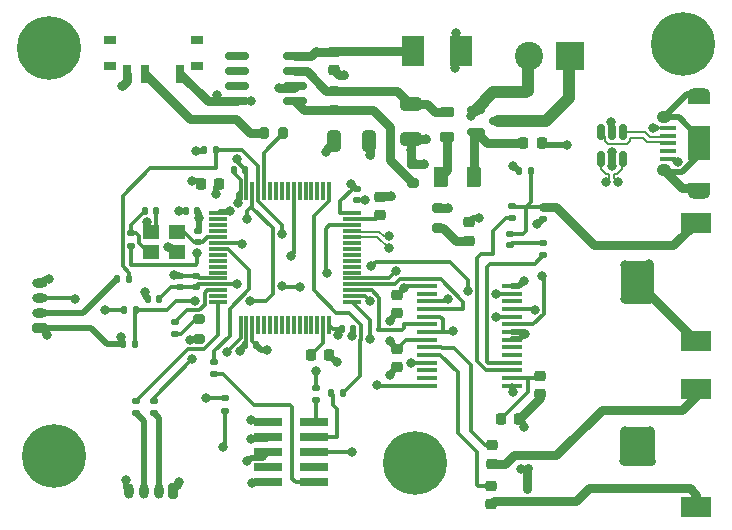
<source format=gbr>
%TF.GenerationSoftware,KiCad,Pcbnew,(5.99.0-11177-g6c67dfa032)*%
%TF.CreationDate,2021-08-02T03:39:21-04:00*%
%TF.ProjectId,STM32+Codec,53544d33-322b-4436-9f64-65632e6b6963,1.0*%
%TF.SameCoordinates,Original*%
%TF.FileFunction,Copper,L1,Top*%
%TF.FilePolarity,Positive*%
%FSLAX46Y46*%
G04 Gerber Fmt 4.6, Leading zero omitted, Abs format (unit mm)*
G04 Created by KiCad (PCBNEW (5.99.0-11177-g6c67dfa032)) date 2021-08-02 03:39:21*
%MOMM*%
%LPD*%
G01*
G04 APERTURE LIST*
G04 Aperture macros list*
%AMRoundRect*
0 Rectangle with rounded corners*
0 $1 Rounding radius*
0 $2 $3 $4 $5 $6 $7 $8 $9 X,Y pos of 4 corners*
0 Add a 4 corners polygon primitive as box body*
4,1,4,$2,$3,$4,$5,$6,$7,$8,$9,$2,$3,0*
0 Add four circle primitives for the rounded corners*
1,1,$1+$1,$2,$3*
1,1,$1+$1,$4,$5*
1,1,$1+$1,$6,$7*
1,1,$1+$1,$8,$9*
0 Add four rect primitives between the rounded corners*
20,1,$1+$1,$2,$3,$4,$5,0*
20,1,$1+$1,$4,$5,$6,$7,0*
20,1,$1+$1,$6,$7,$8,$9,0*
20,1,$1+$1,$8,$9,$2,$3,0*%
G04 Aperture macros list end*
%TA.AperFunction,ComponentPad*%
%ADD10C,0.800000*%
%TD*%
%TA.AperFunction,ComponentPad*%
%ADD11C,5.400000*%
%TD*%
%TA.AperFunction,SMDPad,CuDef*%
%ADD12RoundRect,0.140000X0.140000X0.170000X-0.140000X0.170000X-0.140000X-0.170000X0.140000X-0.170000X0*%
%TD*%
%TA.AperFunction,SMDPad,CuDef*%
%ADD13RoundRect,0.218750X-0.256250X0.218750X-0.256250X-0.218750X0.256250X-0.218750X0.256250X0.218750X0*%
%TD*%
%TA.AperFunction,SMDPad,CuDef*%
%ADD14RoundRect,0.135000X-0.185000X0.135000X-0.185000X-0.135000X0.185000X-0.135000X0.185000X0.135000X0*%
%TD*%
%TA.AperFunction,SMDPad,CuDef*%
%ADD15RoundRect,0.200000X-0.275000X0.200000X-0.275000X-0.200000X0.275000X-0.200000X0.275000X0.200000X0*%
%TD*%
%TA.AperFunction,SMDPad,CuDef*%
%ADD16RoundRect,0.147500X-0.147500X-0.172500X0.147500X-0.172500X0.147500X0.172500X-0.147500X0.172500X0*%
%TD*%
%TA.AperFunction,SMDPad,CuDef*%
%ADD17RoundRect,0.225000X-0.225000X-0.250000X0.225000X-0.250000X0.225000X0.250000X-0.225000X0.250000X0*%
%TD*%
%TA.AperFunction,SMDPad,CuDef*%
%ADD18RoundRect,0.225000X-0.250000X0.225000X-0.250000X-0.225000X0.250000X-0.225000X0.250000X0.225000X0*%
%TD*%
%TA.AperFunction,SMDPad,CuDef*%
%ADD19R,2.400000X0.740000*%
%TD*%
%TA.AperFunction,SMDPad,CuDef*%
%ADD20RoundRect,0.150000X-0.587500X-0.150000X0.587500X-0.150000X0.587500X0.150000X-0.587500X0.150000X0*%
%TD*%
%TA.AperFunction,SMDPad,CuDef*%
%ADD21RoundRect,0.218750X0.256250X-0.218750X0.256250X0.218750X-0.256250X0.218750X-0.256250X-0.218750X0*%
%TD*%
%TA.AperFunction,ComponentPad*%
%ADD22R,1.800000X2.500000*%
%TD*%
%TA.AperFunction,ComponentPad*%
%ADD23R,2.500000X1.800000*%
%TD*%
%TA.AperFunction,SMDPad,CuDef*%
%ADD24RoundRect,0.135000X0.185000X-0.135000X0.185000X0.135000X-0.185000X0.135000X-0.185000X-0.135000X0*%
%TD*%
%TA.AperFunction,SMDPad,CuDef*%
%ADD25RoundRect,0.150000X-0.150000X0.512500X-0.150000X-0.512500X0.150000X-0.512500X0.150000X0.512500X0*%
%TD*%
%TA.AperFunction,SMDPad,CuDef*%
%ADD26R,1.900000X2.500000*%
%TD*%
%TA.AperFunction,SMDPad,CuDef*%
%ADD27RoundRect,0.140000X-0.170000X0.140000X-0.170000X-0.140000X0.170000X-0.140000X0.170000X0.140000X0*%
%TD*%
%TA.AperFunction,SMDPad,CuDef*%
%ADD28RoundRect,0.150000X-0.825000X-0.150000X0.825000X-0.150000X0.825000X0.150000X-0.825000X0.150000X0*%
%TD*%
%TA.AperFunction,ComponentPad*%
%ADD29R,2.400000X2.400000*%
%TD*%
%TA.AperFunction,ComponentPad*%
%ADD30C,2.400000*%
%TD*%
%TA.AperFunction,SMDPad,CuDef*%
%ADD31RoundRect,0.140000X-0.140000X-0.170000X0.140000X-0.170000X0.140000X0.170000X-0.140000X0.170000X0*%
%TD*%
%TA.AperFunction,SMDPad,CuDef*%
%ADD32R,1.400000X1.200000*%
%TD*%
%TA.AperFunction,SMDPad,CuDef*%
%ADD33RoundRect,0.200000X-0.200000X-0.275000X0.200000X-0.275000X0.200000X0.275000X-0.200000X0.275000X0*%
%TD*%
%TA.AperFunction,ComponentPad*%
%ADD34RoundRect,0.200000X0.450000X-0.200000X0.450000X0.200000X-0.450000X0.200000X-0.450000X-0.200000X0*%
%TD*%
%TA.AperFunction,ComponentPad*%
%ADD35O,1.300000X0.800000*%
%TD*%
%TA.AperFunction,ComponentPad*%
%ADD36RoundRect,0.200000X0.200000X0.450000X-0.200000X0.450000X-0.200000X-0.450000X0.200000X-0.450000X0*%
%TD*%
%TA.AperFunction,ComponentPad*%
%ADD37O,0.800000X1.300000*%
%TD*%
%TA.AperFunction,SMDPad,CuDef*%
%ADD38RoundRect,0.250000X-0.325000X-0.650000X0.325000X-0.650000X0.325000X0.650000X-0.325000X0.650000X0*%
%TD*%
%TA.AperFunction,SMDPad,CuDef*%
%ADD39RoundRect,0.147500X0.172500X-0.147500X0.172500X0.147500X-0.172500X0.147500X-0.172500X-0.147500X0*%
%TD*%
%TA.AperFunction,SMDPad,CuDef*%
%ADD40RoundRect,0.140000X0.170000X-0.140000X0.170000X0.140000X-0.170000X0.140000X-0.170000X-0.140000X0*%
%TD*%
%TA.AperFunction,SMDPad,CuDef*%
%ADD41R,0.700000X1.500000*%
%TD*%
%TA.AperFunction,SMDPad,CuDef*%
%ADD42R,1.000000X0.800000*%
%TD*%
%TA.AperFunction,SMDPad,CuDef*%
%ADD43R,1.350000X0.400000*%
%TD*%
%TA.AperFunction,SMDPad,CuDef*%
%ADD44R,1.900000X0.875000*%
%TD*%
%TA.AperFunction,ComponentPad*%
%ADD45O,1.900000X1.000000*%
%TD*%
%TA.AperFunction,ComponentPad*%
%ADD46O,1.250000X1.050000*%
%TD*%
%TA.AperFunction,SMDPad,CuDef*%
%ADD47R,1.900000X2.900000*%
%TD*%
%TA.AperFunction,SMDPad,CuDef*%
%ADD48RoundRect,0.075000X-0.700000X-0.075000X0.700000X-0.075000X0.700000X0.075000X-0.700000X0.075000X0*%
%TD*%
%TA.AperFunction,SMDPad,CuDef*%
%ADD49RoundRect,0.075000X-0.075000X-0.700000X0.075000X-0.700000X0.075000X0.700000X-0.075000X0.700000X0*%
%TD*%
%TA.AperFunction,SMDPad,CuDef*%
%ADD50R,1.750000X0.450000*%
%TD*%
%TA.AperFunction,SMDPad,CuDef*%
%ADD51RoundRect,0.250000X-0.650000X0.325000X-0.650000X-0.325000X0.650000X-0.325000X0.650000X0.325000X0*%
%TD*%
%TA.AperFunction,SMDPad,CuDef*%
%ADD52RoundRect,0.218750X0.381250X-0.218750X0.381250X0.218750X-0.381250X0.218750X-0.381250X-0.218750X0*%
%TD*%
%TA.AperFunction,SMDPad,CuDef*%
%ADD53RoundRect,0.200000X0.275000X-0.200000X0.275000X0.200000X-0.275000X0.200000X-0.275000X-0.200000X0*%
%TD*%
%TA.AperFunction,SMDPad,CuDef*%
%ADD54RoundRect,0.218750X-0.218750X-0.256250X0.218750X-0.256250X0.218750X0.256250X-0.218750X0.256250X0*%
%TD*%
%TA.AperFunction,SMDPad,CuDef*%
%ADD55RoundRect,0.135000X-0.135000X-0.185000X0.135000X-0.185000X0.135000X0.185000X-0.135000X0.185000X0*%
%TD*%
%TA.AperFunction,SMDPad,CuDef*%
%ADD56RoundRect,0.135000X0.135000X0.185000X-0.135000X0.185000X-0.135000X-0.185000X0.135000X-0.185000X0*%
%TD*%
%TA.AperFunction,SMDPad,CuDef*%
%ADD57RoundRect,0.250000X0.375000X0.625000X-0.375000X0.625000X-0.375000X-0.625000X0.375000X-0.625000X0*%
%TD*%
%TA.AperFunction,SMDPad,CuDef*%
%ADD58RoundRect,0.225000X0.250000X-0.225000X0.250000X0.225000X-0.250000X0.225000X-0.250000X-0.225000X0*%
%TD*%
%TA.AperFunction,ViaPad*%
%ADD59C,0.800000*%
%TD*%
%TA.AperFunction,Conductor*%
%ADD60C,0.300000*%
%TD*%
%TA.AperFunction,Conductor*%
%ADD61C,0.750000*%
%TD*%
%TA.AperFunction,Conductor*%
%ADD62C,0.500000*%
%TD*%
%TA.AperFunction,Conductor*%
%ADD63C,1.000000*%
%TD*%
%TA.AperFunction,Conductor*%
%ADD64C,0.200000*%
%TD*%
G04 APERTURE END LIST*
D10*
%TO.P,H4,1,1*%
%TO.N,GND*%
X111540891Y-52485891D03*
X108677109Y-49622109D03*
X110109000Y-49029000D03*
X110109000Y-53079000D03*
X108084000Y-51054000D03*
X112134000Y-51054000D03*
X108677109Y-52485891D03*
D11*
X110109000Y-51054000D03*
D10*
X111540891Y-49622109D03*
%TD*%
D12*
%TO.P,C21,1*%
%TO.N,Net-(C21-Pad1)*%
X150873400Y-61493400D03*
%TO.P,C21,2*%
%TO.N,GND*%
X149913400Y-61493400D03*
%TD*%
D13*
%TO.P,D3,1,K*%
%TO.N,Net-(L1-Pad1)*%
X134239000Y-51384100D03*
%TO.P,D3,2,A*%
%TO.N,GND*%
X134239000Y-52959100D03*
%TD*%
D14*
%TO.P,R17,1*%
%TO.N,Net-(C21-Pad1)*%
X151892000Y-64539400D03*
%TO.P,R17,2*%
%TO.N,GND*%
X151892000Y-65559400D03*
%TD*%
D15*
%TO.P,R4,1*%
%TO.N,Net-(C4-Pad1)*%
X134239000Y-54674000D03*
%TO.P,R4,2*%
%TO.N,Net-(R4-Pad2)*%
X134239000Y-56324000D03*
%TD*%
D16*
%TO.P,L2,1*%
%TO.N,DBVDD*%
X118440200Y-72313800D03*
%TO.P,L2,2*%
%TO.N,+3.3VA*%
X119410200Y-72313800D03*
%TD*%
D17*
%TO.P,C5,1*%
%TO.N,Net-(C5-Pad1)*%
X132244800Y-77063600D03*
%TO.P,C5,2*%
%TO.N,GND*%
X133794800Y-77063600D03*
%TD*%
D18*
%TO.P,C19,1*%
%TO.N,LHPO*%
X147599400Y-84721400D03*
%TO.P,C19,2*%
%TO.N,Net-(C19-Pad2)*%
X147599400Y-86271400D03*
%TD*%
D19*
%TO.P,SWD,1,Pin_1*%
%TO.N,DBVDD*%
X128656800Y-82778600D03*
%TO.P,SWD,2,Pin_2*%
%TO.N,Net-(J1-Pad2)*%
X132556800Y-82778600D03*
%TO.P,SWD,3,Pin_3*%
%TO.N,GND*%
X128656800Y-84048600D03*
%TO.P,SWD,4,Pin_4*%
%TO.N,Net-(J1-Pad4)*%
X132556800Y-84048600D03*
%TO.P,SWD,5,Pin_5*%
%TO.N,GND*%
X128656800Y-85318600D03*
%TO.P,SWD,6,Pin_6*%
%TO.N,Net-(J1-Pad6)*%
X132556800Y-85318600D03*
%TO.P,SWD,7,Pin_7*%
%TO.N,unconnected-(J1-Pad7)*%
X128656800Y-86588600D03*
%TO.P,SWD,8,Pin_8*%
%TO.N,unconnected-(J1-Pad8)*%
X132556800Y-86588600D03*
%TO.P,SWD,9,Pin_9*%
%TO.N,GND*%
X128656800Y-87858600D03*
%TO.P,SWD,10,Pin_10*%
%TO.N,Net-(J1-Pad10)*%
X132556800Y-87858600D03*
%TD*%
D20*
%TO.P,Q1,1,G*%
%TO.N,GND*%
X146201200Y-56290200D03*
%TO.P,Q1,2,S*%
%TO.N,Net-(D2-Pad1)*%
X146201200Y-58190200D03*
%TO.P,Q1,3,D*%
%TO.N,+12V*%
X148076200Y-57240200D03*
%TD*%
D21*
%TO.P,D4,1,K*%
%TO.N,Net-(D4-Pad1)*%
X145618200Y-67411600D03*
%TO.P,D4,2,A*%
%TO.N,DBVDD*%
X145618200Y-65836600D03*
%TD*%
D22*
%TO.P,Mic,1,S*%
%TO.N,GND*%
X159842200Y-70891400D03*
D23*
%TO.P,Mic,2,T*%
X164842200Y-75891400D03*
%TO.P,Mic,3,R*%
%TO.N,Net-(C21-Pad1)*%
X164842200Y-65891400D03*
%TD*%
D24*
%TO.P,R15,1*%
%TO.N,MICBIAS*%
X149250400Y-65483200D03*
%TO.P,R15,2*%
%TO.N,Net-(C21-Pad1)*%
X149250400Y-64463200D03*
%TD*%
D14*
%TO.P,R8,1*%
%TO.N,NRST*%
X124053600Y-77620400D03*
%TO.P,R8,2*%
%TO.N,Net-(J1-Pad10)*%
X124053600Y-78640400D03*
%TD*%
D25*
%TO.P,USBLC6,1,I/O1*%
%TO.N,USB_CONN_D-*%
X158684000Y-58222300D03*
%TO.P,USBLC6,2,GND*%
%TO.N,GND*%
X157734000Y-58222300D03*
%TO.P,USBLC6,3,I/O2*%
%TO.N,USB_CONN_D+*%
X156784000Y-58222300D03*
%TO.P,USBLC6,4,I/O2*%
%TO.N,USB_D+*%
X156784000Y-60497300D03*
%TO.P,USBLC6,5,VBUS*%
%TO.N,+5V*%
X157734000Y-60497300D03*
%TO.P,USBLC6,6,I/O1*%
%TO.N,USB_D-*%
X158684000Y-60497300D03*
%TD*%
D26*
%TO.P,L1,1*%
%TO.N,Net-(L1-Pad1)*%
X140901200Y-51358800D03*
%TO.P,L1,2*%
%TO.N,DBVDD*%
X145001200Y-51358800D03*
%TD*%
D27*
%TO.P,C10,1*%
%TO.N,DBVDD*%
X136118600Y-62994600D03*
%TO.P,C10,2*%
%TO.N,GND*%
X136118600Y-63954600D03*
%TD*%
D28*
%TO.P,U2,1,NC*%
%TO.N,unconnected-(U2-Pad1)*%
X125972800Y-51790600D03*
%TO.P,U2,2,NC*%
%TO.N,unconnected-(U2-Pad2)*%
X125972800Y-53060600D03*
%TO.P,U2,3,NC*%
%TO.N,unconnected-(U2-Pad3)*%
X125972800Y-54330600D03*
%TO.P,U2,4,FB*%
%TO.N,DBVDD*%
X125972800Y-55600600D03*
%TO.P,U2,5,~{ON}/OFF*%
%TO.N,Net-(R4-Pad2)*%
X130922800Y-55600600D03*
%TO.P,U2,6,GND*%
%TO.N,GND*%
X130922800Y-54330600D03*
%TO.P,U2,7,VIN*%
%TO.N,Net-(C4-Pad1)*%
X130922800Y-53060600D03*
%TO.P,U2,8,OUT*%
%TO.N,Net-(L1-Pad1)*%
X130922800Y-51790600D03*
%TD*%
D14*
%TO.P,R3,1*%
%TO.N,Net-(C2-Pad1)*%
X116992400Y-66774600D03*
%TO.P,R3,2*%
%TO.N,HSE_OUT*%
X116992400Y-67794600D03*
%TD*%
D29*
%TO.P,+12V,1,Pin_1*%
%TO.N,+12V*%
X154226200Y-51779400D03*
D30*
%TO.P,+12V,2,Pin_2*%
%TO.N,GND*%
X150726200Y-51779400D03*
%TD*%
D17*
%TO.P,C3,1*%
%TO.N,DBVDD*%
X122923000Y-62611000D03*
%TO.P,C3,2*%
%TO.N,GND*%
X124473000Y-62611000D03*
%TD*%
D31*
%TO.P,C9,1*%
%TO.N,DBVDD*%
X134851200Y-74828400D03*
%TO.P,C9,2*%
%TO.N,GND*%
X135811200Y-74828400D03*
%TD*%
D14*
%TO.P,R10,1*%
%TO.N,SWO*%
X124968000Y-80744600D03*
%TO.P,R10,2*%
%TO.N,Net-(J1-Pad6)*%
X124968000Y-81764600D03*
%TD*%
D32*
%TO.P,Y1,1,1*%
%TO.N,HSE_IN*%
X120937200Y-66663200D03*
%TO.P,Y1,2,2*%
%TO.N,GND*%
X118737200Y-66663200D03*
%TO.P,Y1,3,3*%
%TO.N,Net-(C2-Pad1)*%
X118737200Y-68363200D03*
%TO.P,Y1,4,4*%
%TO.N,GND*%
X120937200Y-68363200D03*
%TD*%
D14*
%TO.P,R18,1*%
%TO.N,TXD*%
X117429600Y-80973200D03*
%TO.P,R18,2*%
%TO.N,Net-(J7-Pad3)*%
X117429600Y-81993200D03*
%TD*%
D33*
%TO.P,R2,1*%
%TO.N,Net-(R2-Pad1)*%
X128283200Y-58293000D03*
%TO.P,R2,2*%
%TO.N,BOOT0*%
X129933200Y-58293000D03*
%TD*%
D34*
%TO.P,I2C,1,Pin_1*%
%TO.N,DBVDD*%
X109347000Y-74757600D03*
D35*
%TO.P,I2C,2,Pin_2*%
%TO.N,Net-(J4-Pad2)*%
X109347000Y-73507600D03*
%TO.P,I2C,3,Pin_3*%
%TO.N,Net-(J4-Pad3)*%
X109347000Y-72257600D03*
%TO.P,I2C,4,Pin_4*%
%TO.N,GND*%
X109347000Y-71007600D03*
%TD*%
D36*
%TO.P,UART,1,Pin_1*%
%TO.N,DBVDD*%
X120604600Y-88595200D03*
D37*
%TO.P,UART,2,Pin_2*%
%TO.N,Net-(J7-Pad2)*%
X119354600Y-88595200D03*
%TO.P,UART,3,Pin_3*%
%TO.N,Net-(J7-Pad3)*%
X118104600Y-88595200D03*
%TO.P,UART,4,Pin_4*%
%TO.N,GND*%
X116854600Y-88595200D03*
%TD*%
D38*
%TO.P,C12,1*%
%TO.N,DBVDD*%
X134237200Y-58928000D03*
%TO.P,C12,2*%
%TO.N,GND*%
X137187200Y-58928000D03*
%TD*%
D24*
%TO.P,R14,1*%
%TO.N,MICIN*%
X151942800Y-68607400D03*
%TO.P,R14,2*%
%TO.N,Net-(C22-Pad1)*%
X151942800Y-67587400D03*
%TD*%
D18*
%TO.P,C20,1*%
%TO.N,RHPO*%
X147523200Y-88125000D03*
%TO.P,C20,2*%
%TO.N,Net-(C20-Pad2)*%
X147523200Y-89675000D03*
%TD*%
D24*
%TO.P,R16,1*%
%TO.N,Net-(C20-Pad2)*%
X150545800Y-89410000D03*
%TO.P,R16,2*%
%TO.N,GND*%
X150545800Y-88390000D03*
%TD*%
D39*
%TO.P,D1,1,K*%
%TO.N,Net-(D1-Pad1)*%
X120751600Y-75272100D03*
%TO.P,D1,2,A*%
%TO.N,LED_STATUS*%
X120751600Y-74302100D03*
%TD*%
D22*
%TO.P,Speaker,1,S*%
%TO.N,GND*%
X159879600Y-84912200D03*
D23*
%TO.P,Speaker,2,T*%
%TO.N,Net-(C20-Pad2)*%
X164879600Y-89912200D03*
%TO.P,Speaker,3,R*%
%TO.N,Net-(C19-Pad2)*%
X164879600Y-79912200D03*
%TD*%
D40*
%TO.P,C13,1*%
%TO.N,+3.3VA*%
X121208800Y-71346000D03*
%TO.P,C13,2*%
%TO.N,GND*%
X121208800Y-70386000D03*
%TD*%
D41*
%TO.P,BOOT,3,C*%
%TO.N,GND*%
X116672800Y-53238400D03*
%TO.P,BOOT,2,B*%
%TO.N,Net-(R2-Pad1)*%
X118172800Y-53238400D03*
%TO.P,BOOT,1,A*%
%TO.N,DBVDD*%
X121172800Y-53238400D03*
D42*
%TO.P,BOOT,*%
%TO.N,*%
X115272800Y-50378400D03*
X122572800Y-50378400D03*
X115272800Y-52588400D03*
X122572800Y-52588400D03*
%TD*%
D43*
%TO.P,USB,1,VBUS*%
%TO.N,+5V*%
X162453800Y-57856600D03*
%TO.P,USB,2,D-*%
%TO.N,USB_CONN_D-*%
X162453800Y-58506600D03*
%TO.P,USB,3,D+*%
%TO.N,USB_CONN_D+*%
X162453800Y-59156600D03*
%TO.P,USB,4,ID*%
%TO.N,unconnected-(J3-Pad4)*%
X162453800Y-59806600D03*
%TO.P,USB,5,GND*%
%TO.N,GND*%
X162453800Y-60456600D03*
D44*
%TO.P,USB,6,Shield*%
%TO.N,unconnected-(J3-Pad6)*%
X165128800Y-62894100D03*
D45*
X165128800Y-54981600D03*
D44*
X165128800Y-55419100D03*
D46*
X162128800Y-56931600D03*
X162128800Y-61381600D03*
D47*
X165128800Y-59156600D03*
D45*
X165128800Y-63331600D03*
%TD*%
D48*
%TO.P,STM32F,1,VBAT*%
%TO.N,DBVDD*%
X124373000Y-65084000D03*
%TO.P,STM32F,2,PC13*%
%TO.N,unconnected-(U1-Pad2)*%
X124373000Y-65584000D03*
%TO.P,STM32F,3,PC14*%
%TO.N,unconnected-(U1-Pad3)*%
X124373000Y-66084000D03*
%TO.P,STM32F,4,PC15*%
%TO.N,unconnected-(U1-Pad4)*%
X124373000Y-66584000D03*
%TO.P,STM32F,5,PH0*%
%TO.N,HSE_IN*%
X124373000Y-67084000D03*
%TO.P,STM32F,6,PH1*%
%TO.N,HSE_OUT*%
X124373000Y-67584000D03*
%TO.P,STM32F,7,NRST*%
%TO.N,NRST*%
X124373000Y-68084000D03*
%TO.P,STM32F,8,PC0*%
%TO.N,unconnected-(U1-Pad8)*%
X124373000Y-68584000D03*
%TO.P,STM32F,9,PC1*%
%TO.N,unconnected-(U1-Pad9)*%
X124373000Y-69084000D03*
%TO.P,STM32F,10,PC2*%
%TO.N,unconnected-(U1-Pad10)*%
X124373000Y-69584000D03*
%TO.P,STM32F,11,PC3*%
%TO.N,unconnected-(U1-Pad11)*%
X124373000Y-70084000D03*
%TO.P,STM32F,12,VSSA*%
%TO.N,GND*%
X124373000Y-70584000D03*
%TO.P,STM32F,13,VDDA*%
%TO.N,+3.3VA*%
X124373000Y-71084000D03*
%TO.P,STM32F,14,PA0*%
%TO.N,LED_STATUS*%
X124373000Y-71584000D03*
%TO.P,STM32F,15,PA1*%
%TO.N,unconnected-(U1-Pad15)*%
X124373000Y-72084000D03*
%TO.P,STM32F,16,PA2*%
%TO.N,TXD*%
X124373000Y-72584000D03*
D49*
%TO.P,STM32F,17,PA3*%
%TO.N,RXD*%
X126298000Y-74509000D03*
%TO.P,STM32F,18,VSS*%
%TO.N,GND*%
X126798000Y-74509000D03*
%TO.P,STM32F,19,VDD*%
%TO.N,DBVDD*%
X127298000Y-74509000D03*
%TO.P,STM32F,20,PA4*%
%TO.N,unconnected-(U1-Pad20)*%
X127798000Y-74509000D03*
%TO.P,STM32F,21,PA5*%
%TO.N,unconnected-(U1-Pad21)*%
X128298000Y-74509000D03*
%TO.P,STM32F,22,PA6*%
%TO.N,unconnected-(U1-Pad22)*%
X128798000Y-74509000D03*
%TO.P,STM32F,23,PA7*%
%TO.N,unconnected-(U1-Pad23)*%
X129298000Y-74509000D03*
%TO.P,STM32F,24,PC4*%
%TO.N,unconnected-(U1-Pad24)*%
X129798000Y-74509000D03*
%TO.P,STM32F,25,PC5*%
%TO.N,unconnected-(U1-Pad25)*%
X130298000Y-74509000D03*
%TO.P,STM32F,26,PB0*%
%TO.N,unconnected-(U1-Pad26)*%
X130798000Y-74509000D03*
%TO.P,STM32F,27,PB1*%
%TO.N,unconnected-(U1-Pad27)*%
X131298000Y-74509000D03*
%TO.P,STM32F,28,PB2*%
%TO.N,unconnected-(U1-Pad28)*%
X131798000Y-74509000D03*
%TO.P,STM32F,29,PB10*%
%TO.N,unconnected-(U1-Pad29)*%
X132298000Y-74509000D03*
%TO.P,STM32F,30,PB11*%
%TO.N,unconnected-(U1-Pad30)*%
X132798000Y-74509000D03*
%TO.P,STM32F,31,VCAP_1*%
%TO.N,Net-(C5-Pad1)*%
X133298000Y-74509000D03*
%TO.P,STM32F,32,VDD*%
%TO.N,DBVDD*%
X133798000Y-74509000D03*
D48*
%TO.P,STM32F,33,PB12*%
%TO.N,I2S_LRCK*%
X135723000Y-72584000D03*
%TO.P,STM32F,34,PB13*%
%TO.N,I2S_SCLK*%
X135723000Y-72084000D03*
%TO.P,STM32F,35,PB14*%
%TO.N,I2S_SDI*%
X135723000Y-71584000D03*
%TO.P,STM32F,36,PB15*%
%TO.N,I2S_SDO*%
X135723000Y-71084000D03*
%TO.P,STM32F,37,PC6*%
%TO.N,I2S_MCLK*%
X135723000Y-70584000D03*
%TO.P,STM32F,38,PC7*%
%TO.N,unconnected-(U1-Pad38)*%
X135723000Y-70084000D03*
%TO.P,STM32F,39,PC8*%
%TO.N,unconnected-(U1-Pad39)*%
X135723000Y-69584000D03*
%TO.P,STM32F,40,PC9*%
%TO.N,unconnected-(U1-Pad40)*%
X135723000Y-69084000D03*
%TO.P,STM32F,41,PA8*%
%TO.N,unconnected-(U1-Pad41)*%
X135723000Y-68584000D03*
%TO.P,STM32F,42,PA9*%
%TO.N,unconnected-(U1-Pad42)*%
X135723000Y-68084000D03*
%TO.P,STM32F,43,PA10*%
%TO.N,unconnected-(U1-Pad43)*%
X135723000Y-67584000D03*
%TO.P,STM32F,44,PA11*%
%TO.N,USB_D-*%
X135723000Y-67084000D03*
%TO.P,STM32F,45,PA12*%
%TO.N,USB_D+*%
X135723000Y-66584000D03*
%TO.P,STM32F,46,PA13*%
%TO.N,SWDIO*%
X135723000Y-66084000D03*
%TO.P,STM32F,47,VCAP_2*%
%TO.N,Net-(C7-Pad1)*%
X135723000Y-65584000D03*
%TO.P,STM32F,48,VDD*%
%TO.N,DBVDD*%
X135723000Y-65084000D03*
D49*
%TO.P,STM32F,49,PA14*%
%TO.N,SWCLK*%
X133798000Y-63159000D03*
%TO.P,STM32F,50,PA15*%
%TO.N,unconnected-(U1-Pad50)*%
X133298000Y-63159000D03*
%TO.P,STM32F,51,PC10*%
%TO.N,unconnected-(U1-Pad51)*%
X132798000Y-63159000D03*
%TO.P,STM32F,52,PC11*%
%TO.N,unconnected-(U1-Pad52)*%
X132298000Y-63159000D03*
%TO.P,STM32F,53,PC12*%
%TO.N,unconnected-(U1-Pad53)*%
X131798000Y-63159000D03*
%TO.P,STM32F,54,PD2*%
%TO.N,unconnected-(U1-Pad54)*%
X131298000Y-63159000D03*
%TO.P,STM32F,55,PB3*%
%TO.N,SWO*%
X130798000Y-63159000D03*
%TO.P,STM32F,56,PB4*%
%TO.N,unconnected-(U1-Pad56)*%
X130298000Y-63159000D03*
%TO.P,STM32F,57,PB5*%
%TO.N,unconnected-(U1-Pad57)*%
X129798000Y-63159000D03*
%TO.P,STM32F,58,PB6*%
%TO.N,unconnected-(U1-Pad58)*%
X129298000Y-63159000D03*
%TO.P,STM32F,59,PB7*%
%TO.N,unconnected-(U1-Pad59)*%
X128798000Y-63159000D03*
%TO.P,STM32F,60,BOOT0*%
%TO.N,BOOT0*%
X128298000Y-63159000D03*
%TO.P,STM32F,61,PB8*%
%TO.N,I2C_SCL*%
X127798000Y-63159000D03*
%TO.P,STM32F,62,PB9*%
%TO.N,I2C_SDA*%
X127298000Y-63159000D03*
%TO.P,STM32F,63,VSS*%
%TO.N,GND*%
X126798000Y-63159000D03*
%TO.P,STM32F,64,VDD*%
%TO.N,DBVDD*%
X126298000Y-63159000D03*
%TD*%
D40*
%TO.P,C22,1*%
%TO.N,Net-(C22-Pad1)*%
X149072600Y-67790000D03*
%TO.P,C22,2*%
%TO.N,Net-(C21-Pad1)*%
X149072600Y-66830000D03*
%TD*%
D50*
%TO.P,Codec,1,DBVDD*%
%TO.N,DBVDD*%
X142043600Y-71213000D03*
%TO.P,Codec,2,CLKOUT*%
%TO.N,unconnected-(U3-Pad2)*%
X142043600Y-71863000D03*
%TO.P,Codec,3,BCLK*%
%TO.N,I2S_SCLK*%
X142043600Y-72513000D03*
%TO.P,Codec,4,DACDAT*%
%TO.N,I2S_SDO*%
X142043600Y-73163000D03*
%TO.P,Codec,5,DACLRC*%
%TO.N,I2S_LRCK*%
X142043600Y-73813000D03*
%TO.P,Codec,6,ADCDAT*%
%TO.N,I2S_SDI*%
X142043600Y-74463000D03*
%TO.P,Codec,7,ADCLRC*%
%TO.N,I2S_LRCK*%
X142043600Y-75113000D03*
%TO.P,Codec,8,HPVDD*%
%TO.N,DBVDD*%
X142043600Y-75763000D03*
%TO.P,Codec,9,LHPOUT*%
%TO.N,LHPO*%
X142043600Y-76413000D03*
%TO.P,Codec,10,RHPOUT*%
%TO.N,RHPO*%
X142043600Y-77063000D03*
%TO.P,Codec,11,HPGND*%
%TO.N,GND*%
X142043600Y-77713000D03*
%TO.P,Codec,12,LOUT*%
%TO.N,unconnected-(U3-Pad12)*%
X142043600Y-78363000D03*
%TO.P,Codec,13,ROUT*%
%TO.N,unconnected-(U3-Pad13)*%
X142043600Y-79013000D03*
%TO.P,Codec,14,AVDD*%
%TO.N,+3.3VA*%
X142043600Y-79663000D03*
%TO.P,Codec,15,AGND*%
%TO.N,GND*%
X149243600Y-79663000D03*
%TO.P,Codec,16,VMID*%
%TO.N,Net-(C17-Pad1)*%
X149243600Y-79013000D03*
%TO.P,Codec,17,MICBIAS*%
%TO.N,MICBIAS*%
X149243600Y-78363000D03*
%TO.P,Codec,18,MICIN*%
%TO.N,MICIN*%
X149243600Y-77713000D03*
%TO.P,Codec,19,RLINEIN*%
%TO.N,unconnected-(U3-Pad19)*%
X149243600Y-77063000D03*
%TO.P,Codec,20,LLINEIN*%
%TO.N,unconnected-(U3-Pad20)*%
X149243600Y-76413000D03*
%TO.P,Codec,21,MODE*%
%TO.N,GND*%
X149243600Y-75763000D03*
%TO.P,Codec,22,~{CSB}*%
X149243600Y-75113000D03*
%TO.P,Codec,23,SDIN*%
%TO.N,I2C_SDA*%
X149243600Y-74463000D03*
%TO.P,Codec,24,SCLK*%
%TO.N,I2C_SCL*%
X149243600Y-73813000D03*
%TO.P,Codec,25,XTI/MCLK*%
%TO.N,I2S_MCLK*%
X149243600Y-73163000D03*
%TO.P,Codec,26,XTO*%
%TO.N,unconnected-(U3-Pad26)*%
X149243600Y-72513000D03*
%TO.P,Codec,27,DCVDD*%
%TO.N,DBVDD*%
X149243600Y-71863000D03*
%TO.P,Codec,28,DGND*%
%TO.N,GND*%
X149243600Y-71213000D03*
%TD*%
D14*
%TO.P,R20,1*%
%TO.N,RXD*%
X118953600Y-80945800D03*
%TO.P,R20,2*%
%TO.N,Net-(J7-Pad2)*%
X118953600Y-81965800D03*
%TD*%
D51*
%TO.P,C4,1*%
%TO.N,Net-(C4-Pad1)*%
X140716000Y-55852800D03*
%TO.P,C4,2*%
%TO.N,GND*%
X140716000Y-58802800D03*
%TD*%
D18*
%TO.P,C16,1*%
%TO.N,DBVDD*%
X139547600Y-71970600D03*
%TO.P,C16,2*%
%TO.N,GND*%
X139547600Y-73520600D03*
%TD*%
%TO.P,C17,1*%
%TO.N,Net-(C17-Pad1)*%
X151663400Y-78815600D03*
%TO.P,C17,2*%
%TO.N,GND*%
X151663400Y-80365600D03*
%TD*%
D52*
%TO.P,FB1,1*%
%TO.N,Net-(FB1-Pad1)*%
X143814800Y-58644300D03*
%TO.P,FB1,2*%
%TO.N,Net-(C4-Pad1)*%
X143814800Y-56519300D03*
%TD*%
D31*
%TO.P,C2,1*%
%TO.N,Net-(C2-Pad1)*%
X118188800Y-64846200D03*
%TO.P,C2,2*%
%TO.N,GND*%
X119148800Y-64846200D03*
%TD*%
D15*
%TO.P,R1,1*%
%TO.N,Net-(D1-Pad1)*%
X122783600Y-74028800D03*
%TO.P,R1,2*%
%TO.N,GND*%
X122783600Y-75678800D03*
%TD*%
D40*
%TO.P,C1,1*%
%TO.N,HSE_IN*%
X122682000Y-67485200D03*
%TO.P,C1,2*%
%TO.N,GND*%
X122682000Y-66525200D03*
%TD*%
D14*
%TO.P,R19,1*%
%TO.N,Net-(C19-Pad2)*%
X150672800Y-85570600D03*
%TO.P,R19,2*%
%TO.N,GND*%
X150672800Y-86590600D03*
%TD*%
D18*
%TO.P,C15,1*%
%TO.N,DBVDD*%
X139573000Y-76517200D03*
%TO.P,C15,2*%
%TO.N,GND*%
X139573000Y-78067200D03*
%TD*%
D53*
%TO.P,R5,1*%
%TO.N,Net-(R4-Pad2)*%
X140919200Y-62521600D03*
%TO.P,R5,2*%
%TO.N,GND*%
X140919200Y-60871600D03*
%TD*%
D54*
%TO.P,D2,1,K*%
%TO.N,Net-(D2-Pad1)*%
X150240900Y-59156600D03*
%TO.P,D2,2,A*%
%TO.N,+5V*%
X151815900Y-59156600D03*
%TD*%
D55*
%TO.P,R7,1*%
%TO.N,DBVDD*%
X116380800Y-76123800D03*
%TO.P,R7,2*%
%TO.N,I2C_SDA*%
X117400800Y-76123800D03*
%TD*%
D40*
%TO.P,C14,1*%
%TO.N,+3.3VA*%
X122504200Y-71295200D03*
%TO.P,C14,2*%
%TO.N,GND*%
X122504200Y-70335200D03*
%TD*%
D55*
%TO.P,R6,1*%
%TO.N,DBVDD*%
X123213400Y-59740800D03*
%TO.P,R6,2*%
%TO.N,I2C_SCL*%
X124233400Y-59740800D03*
%TD*%
D53*
%TO.P,R21,1*%
%TO.N,Net-(D4-Pad1)*%
X143052800Y-66306200D03*
%TO.P,R21,2*%
%TO.N,GND*%
X143052800Y-64656200D03*
%TD*%
D12*
%TO.P,C8,1*%
%TO.N,DBVDD*%
X127632400Y-76250800D03*
%TO.P,C8,2*%
%TO.N,GND*%
X126672400Y-76250800D03*
%TD*%
D56*
%TO.P,R11,1*%
%TO.N,SWCLK*%
X134977600Y-80314800D03*
%TO.P,R11,2*%
%TO.N,Net-(J1-Pad4)*%
X133957600Y-80314800D03*
%TD*%
D11*
%TO.P,H3,1,1*%
%TO.N,GND*%
X163779200Y-50749200D03*
D10*
X161754200Y-50749200D03*
X163779200Y-48724200D03*
X165804200Y-50749200D03*
X165211091Y-49317309D03*
X162347309Y-52181091D03*
X163779200Y-52774200D03*
X165211091Y-52181091D03*
X162347309Y-49317309D03*
%TD*%
D56*
%TO.P,R12,1*%
%TO.N,I2C_SDA*%
X117451600Y-73253600D03*
%TO.P,R12,2*%
%TO.N,Net-(J4-Pad3)*%
X116431600Y-73253600D03*
%TD*%
D17*
%TO.P,C18,1*%
%TO.N,Net-(C17-Pad1)*%
X148348400Y-82499200D03*
%TO.P,C18,2*%
%TO.N,GND*%
X149898400Y-82499200D03*
%TD*%
D57*
%TO.P,F1,1*%
%TO.N,Net-(D2-Pad1)*%
X146053000Y-61976000D03*
%TO.P,F1,2*%
%TO.N,Net-(FB1-Pad1)*%
X143253000Y-61976000D03*
%TD*%
D31*
%TO.P,C11,1*%
%TO.N,DBVDD*%
X125732600Y-61417200D03*
%TO.P,C11,2*%
%TO.N,GND*%
X126692600Y-61417200D03*
%TD*%
D58*
%TO.P,C7,1*%
%TO.N,Net-(C7-Pad1)*%
X138112800Y-65214800D03*
%TO.P,C7,2*%
%TO.N,GND*%
X138112800Y-63664800D03*
%TD*%
D10*
%TO.P,H1,1,1*%
%TO.N,GND*%
X112489600Y-85598000D03*
X110464600Y-83573000D03*
X111896491Y-84166109D03*
X109032709Y-84166109D03*
D11*
X110464600Y-85598000D03*
D10*
X108439600Y-85598000D03*
X111896491Y-87029891D03*
X110464600Y-87623000D03*
X109032709Y-87029891D03*
%TD*%
D31*
%TO.P,C6,1*%
%TO.N,DBVDD*%
X121671200Y-64897000D03*
%TO.P,C6,2*%
%TO.N,GND*%
X122631200Y-64897000D03*
%TD*%
D24*
%TO.P,R9,1*%
%TO.N,Net-(J1-Pad2)*%
X132664200Y-80875600D03*
%TO.P,R9,2*%
%TO.N,SWDIO*%
X132664200Y-79855600D03*
%TD*%
D10*
%TO.P,H2,1,1*%
%TO.N,GND*%
X143071200Y-86233000D03*
X142478091Y-87664891D03*
X141046200Y-84208000D03*
X139614309Y-84801109D03*
X139614309Y-87664891D03*
X141046200Y-88258000D03*
D11*
X141046200Y-86233000D03*
D10*
X142478091Y-84801109D03*
X139021200Y-86233000D03*
%TD*%
D56*
%TO.P,R13,1*%
%TO.N,I2C_SCL*%
X116890800Y-70637400D03*
%TO.P,R13,2*%
%TO.N,Net-(J4-Pad2)*%
X115870800Y-70637400D03*
%TD*%
D59*
%TO.N,GND*%
X149377400Y-80187800D03*
X136829800Y-63982600D03*
X150063200Y-86715600D03*
X161036000Y-86055200D03*
X149402800Y-61036200D03*
X127228600Y-87909400D03*
X145846800Y-56845200D03*
X157683200Y-57353200D03*
X160883600Y-69392800D03*
X150393400Y-75260200D03*
X137236200Y-60172600D03*
X141808200Y-60858400D03*
X135737600Y-75463400D03*
X150317200Y-83185000D03*
X139001800Y-63627000D03*
X158877000Y-72288400D03*
X140741400Y-59690000D03*
X120624600Y-70256400D03*
X122021600Y-75793600D03*
X120116600Y-67894200D03*
X158826200Y-69469000D03*
X124256800Y-63423800D03*
X127177800Y-84175600D03*
X129590800Y-54457600D03*
X143891000Y-64643000D03*
X110109000Y-70612000D03*
X150266400Y-70789800D03*
X125960916Y-60490300D03*
X116586000Y-87680800D03*
X138938000Y-74168000D03*
X158750000Y-86029800D03*
X134493000Y-77647800D03*
X118338600Y-65786000D03*
X142011400Y-58801000D03*
X135077200Y-53365400D03*
X126263400Y-76733400D03*
X138988800Y-78790800D03*
X126883685Y-86042700D03*
X163347400Y-60706000D03*
X116255800Y-54279800D03*
X158877000Y-83489800D03*
X160959800Y-83489800D03*
X122783600Y-65506600D03*
X140745780Y-77713000D03*
X151434800Y-65989200D03*
%TO.N,RXD*%
X122224800Y-77419200D03*
X125120400Y-76784200D03*
%TO.N,I2C_SCL*%
X129819400Y-66852800D03*
X147942500Y-73812400D03*
%TO.N,I2C_SDA*%
X127101600Y-72491600D03*
X126847600Y-65532000D03*
X151815800Y-70383400D03*
X122428000Y-72517000D03*
%TO.N,Net-(J4-Pad3)*%
X112242600Y-72313800D03*
X114808000Y-73253600D03*
%TO.N,SWO*%
X130581400Y-68656200D03*
X123367800Y-80746600D03*
%TO.N,Net-(J1-Pad6)*%
X135737600Y-85293200D03*
X124815600Y-84836000D03*
%TO.N,SWDIO*%
X133604000Y-70104000D03*
X132689600Y-78460600D03*
%TO.N,DBVDD*%
X134543800Y-75412600D03*
X126060200Y-64236600D03*
X116179600Y-75565000D03*
X118237000Y-71704200D03*
X147945780Y-71863000D03*
X133527800Y-59867800D03*
X121081800Y-87858600D03*
X122199400Y-62331600D03*
X144449800Y-52755800D03*
X125399800Y-64897000D03*
X144500600Y-49834800D03*
X140106400Y-71424800D03*
X109880400Y-75336400D03*
X124282200Y-55041800D03*
X127152400Y-82550000D03*
X128507877Y-76666477D03*
X146481800Y-65506600D03*
X122555000Y-59766200D03*
X138988800Y-75895200D03*
X135686800Y-62560200D03*
X121081800Y-64871600D03*
X127203200Y-55524400D03*
%TO.N,HSE_OUT*%
X126415800Y-67665600D03*
X122631200Y-68427600D03*
%TO.N,USB_D+*%
X138836400Y-66988200D03*
X157209000Y-62407800D03*
%TO.N,+5V*%
X157789316Y-59883820D03*
X161213800Y-57886600D03*
X153924000Y-59258200D03*
X157729279Y-61095409D03*
%TO.N,USB_D-*%
X158259000Y-62407800D03*
X138836400Y-68038200D03*
%TO.N,I2S_SCLK*%
X145529100Y-71666300D03*
X137363200Y-69570600D03*
X143840200Y-72339200D03*
X137245873Y-72494427D03*
%TO.N,I2S_LRCK*%
X144246600Y-75006200D03*
X137261600Y-75717400D03*
%TO.N,+3.3VA*%
X125984000Y-71094600D03*
X137871200Y-79629000D03*
X129794000Y-71221600D03*
X131330900Y-71272400D03*
%TO.N,I2S_MCLK*%
X151231600Y-73253600D03*
X139471400Y-69951600D03*
%TD*%
D60*
%TO.N,Net-(C21-Pad1)*%
X150873400Y-61493400D02*
X150873400Y-64137600D01*
X150213000Y-66830000D02*
X150444200Y-66598800D01*
D61*
X164842200Y-65891400D02*
X162941000Y-67792600D01*
D60*
X150444200Y-66598800D02*
X150444200Y-64566800D01*
X149326600Y-64539400D02*
X149250400Y-64463200D01*
X149072600Y-66830000D02*
X150213000Y-66830000D01*
X150873400Y-64137600D02*
X150444200Y-64566800D01*
D61*
X162941000Y-67792600D02*
X156260800Y-67792600D01*
D60*
X150416800Y-64539400D02*
X149326600Y-64539400D01*
X151892000Y-64539400D02*
X150416800Y-64539400D01*
X150444200Y-64566800D02*
X150416800Y-64539400D01*
D61*
X156260800Y-67792600D02*
X153007600Y-64539400D01*
X153007600Y-64539400D02*
X151892000Y-64539400D01*
%TO.N,GND*%
X141808200Y-60858400D02*
X140932400Y-60858400D01*
X139001800Y-63627000D02*
X138150600Y-63627000D01*
D62*
X134379000Y-77647800D02*
X133794800Y-77063600D01*
X163144200Y-60706000D02*
X163118800Y-60680600D01*
D60*
X137492000Y-58851800D02*
X137492000Y-58777400D01*
D62*
X109742600Y-70612000D02*
X109347000Y-71007600D01*
D61*
X160883600Y-69392800D02*
X160883600Y-71932800D01*
D62*
X138938000Y-74130200D02*
X139547600Y-73520600D01*
D61*
X140741400Y-59690000D02*
X140741400Y-60693800D01*
X158826200Y-69875400D02*
X159842200Y-70891400D01*
D62*
X122021600Y-75793600D02*
X122668800Y-75793600D01*
X145846800Y-56644600D02*
X146201200Y-56290200D01*
X127228600Y-87909400D02*
X128606000Y-87909400D01*
D60*
X136146600Y-63982600D02*
X136118600Y-63954600D01*
D62*
X122783600Y-65049400D02*
X122631200Y-64897000D01*
D61*
X158877000Y-83909600D02*
X159879600Y-84912200D01*
X160959800Y-83489800D02*
X160959800Y-83832000D01*
D62*
X138988800Y-78790800D02*
X138988800Y-78651400D01*
D61*
X160959800Y-83820000D02*
X158750000Y-86029800D01*
X150545800Y-88390000D02*
X150545800Y-86717600D01*
D60*
X122504200Y-70335200D02*
X122753000Y-70584000D01*
D61*
X138150600Y-63627000D02*
X138112800Y-63664800D01*
D60*
X136829800Y-63982600D02*
X136146600Y-63982600D01*
D62*
X124256800Y-63423800D02*
X124256800Y-62827200D01*
X120468200Y-67894200D02*
X120937200Y-68363200D01*
D61*
X160959800Y-83832000D02*
X159879600Y-84912200D01*
X158877000Y-83896200D02*
X161036000Y-86055200D01*
X129590800Y-54457600D02*
X130795800Y-54457600D01*
X158750000Y-83616800D02*
X158877000Y-83489800D01*
D60*
X119148800Y-66251600D02*
X118737200Y-66663200D01*
D62*
X151462200Y-65989200D02*
X151892000Y-65559400D01*
X128529800Y-84175600D02*
X128656800Y-84048600D01*
D61*
X142011400Y-58801000D02*
X140717800Y-58801000D01*
D62*
X145846800Y-56845200D02*
X145846800Y-56644600D01*
X150393400Y-75260200D02*
X150270711Y-75137511D01*
D60*
X121259600Y-70335200D02*
X121208800Y-70386000D01*
D61*
X158826200Y-69875400D02*
X158826200Y-72237600D01*
X158750000Y-86029800D02*
X161010600Y-86029800D01*
X160807400Y-69469000D02*
X160883600Y-69392800D01*
D62*
X150317200Y-83185000D02*
X150317200Y-82918000D01*
X151434800Y-65989200D02*
X151462200Y-65989200D01*
X122668800Y-75793600D02*
X122783600Y-75678800D01*
X149402800Y-61036200D02*
X149456200Y-61036200D01*
X120624600Y-70256400D02*
X121079200Y-70256400D01*
D61*
X158877000Y-83489800D02*
X160959800Y-83489800D01*
D60*
X119148800Y-64846200D02*
X119148800Y-66251600D01*
D62*
X150547800Y-86715600D02*
X150672800Y-86590600D01*
D61*
X150545800Y-86717600D02*
X150672800Y-86590600D01*
D60*
X137492000Y-58777400D02*
X137490200Y-58775600D01*
D62*
X150270711Y-75137511D02*
X149243600Y-75137511D01*
D60*
X122753000Y-70584000D02*
X124373000Y-70584000D01*
D61*
X161048700Y-72097900D02*
X159842200Y-70891400D01*
X160883600Y-69850000D02*
X159842200Y-70891400D01*
D62*
X157683200Y-58171500D02*
X157734000Y-58222300D01*
X120116600Y-67894200D02*
X120468200Y-67894200D01*
X128606000Y-87909400D02*
X128656800Y-87858600D01*
D61*
X158826200Y-72237600D02*
X158877000Y-72288400D01*
D62*
X163347400Y-60706000D02*
X163144200Y-60706000D01*
D61*
X116672800Y-53862800D02*
X116255800Y-54279800D01*
X160858200Y-72288400D02*
X161048700Y-72097900D01*
D62*
X121079200Y-70256400D02*
X121208800Y-70386000D01*
D60*
X126692600Y-61417200D02*
X126798000Y-61522600D01*
D62*
X149377400Y-80187800D02*
X149243600Y-80054000D01*
D60*
X140745780Y-77713000D02*
X142043600Y-77713000D01*
D62*
X126263400Y-76733400D02*
X126263400Y-76659800D01*
X135811200Y-75389800D02*
X135737600Y-75463400D01*
X149867711Y-71188489D02*
X149243600Y-71188489D01*
D61*
X143066000Y-64643000D02*
X143052800Y-64656200D01*
X140741400Y-60693800D02*
X140919200Y-60871600D01*
X158762000Y-86029800D02*
X159879600Y-84912200D01*
D60*
X126798000Y-61522600D02*
X126798000Y-63159000D01*
D61*
X164842200Y-75891400D02*
X161048700Y-72097900D01*
D62*
X116586000Y-87680800D02*
X116586000Y-88326600D01*
D63*
X150495000Y-54787800D02*
X150599200Y-54683600D01*
D62*
X149243600Y-80054000D02*
X149243600Y-79687511D01*
X127157296Y-85769089D02*
X128206311Y-85769089D01*
D61*
X158826200Y-69469000D02*
X160807400Y-69469000D01*
X140932400Y-60858400D02*
X140919200Y-60871600D01*
X158826200Y-69469000D02*
X158826200Y-69875400D01*
D62*
X126263400Y-76659800D02*
X126672400Y-76250800D01*
X122783600Y-65506600D02*
X122783600Y-65049400D01*
D61*
X161036000Y-86055200D02*
X161022600Y-86055200D01*
X160959800Y-83489800D02*
X160959800Y-83820000D01*
D62*
X124256800Y-62827200D02*
X124473000Y-62611000D01*
X116586000Y-88326600D02*
X116854600Y-88595200D01*
D61*
X140717800Y-58801000D02*
X140716000Y-58802800D01*
X161022600Y-86055200D02*
X159879600Y-84912200D01*
X140741400Y-59690000D02*
X140741400Y-58828200D01*
D62*
X128206311Y-85769089D02*
X128656800Y-85318600D01*
D60*
X125960916Y-60636160D02*
X126692600Y-61367844D01*
D62*
X149915111Y-75738489D02*
X149243600Y-75738489D01*
X110109000Y-70612000D02*
X109742600Y-70612000D01*
X118338600Y-65786000D02*
X118338600Y-66264600D01*
D61*
X116672800Y-53238400D02*
X116672800Y-53862800D01*
D60*
X126672400Y-76250800D02*
X126798000Y-76125200D01*
D62*
X127177800Y-84175600D02*
X128529800Y-84175600D01*
D61*
X160959800Y-83489800D02*
X160959800Y-85979000D01*
X160883600Y-69392800D02*
X160883600Y-69850000D01*
X160883600Y-71932800D02*
X161048700Y-72097900D01*
D62*
X122783600Y-66423600D02*
X122682000Y-66525200D01*
X150063200Y-86715600D02*
X150547800Y-86715600D01*
D61*
X158750000Y-86029800D02*
X158750000Y-83616800D01*
X137236200Y-60172600D02*
X137236200Y-58977000D01*
D62*
X150266400Y-70789800D02*
X149867711Y-71188489D01*
D60*
X125960916Y-60490300D02*
X125960916Y-60636160D01*
D62*
X138988800Y-78651400D02*
X139573000Y-78067200D01*
X157683200Y-57353200D02*
X157683200Y-58171500D01*
D61*
X130795800Y-54457600D02*
X130922800Y-54330600D01*
D62*
X135811200Y-74828400D02*
X135811200Y-75389800D01*
D61*
X140741400Y-58828200D02*
X140716000Y-58802800D01*
X143891000Y-64643000D02*
X143066000Y-64643000D01*
D62*
X118338600Y-66264600D02*
X118737200Y-66663200D01*
D63*
X147703600Y-54787800D02*
X150495000Y-54787800D01*
D60*
X126798000Y-76125200D02*
X126798000Y-74509000D01*
D61*
X135077200Y-53365400D02*
X134645300Y-53365400D01*
D62*
X122783600Y-65506600D02*
X122783600Y-66423600D01*
D61*
X161010600Y-86029800D02*
X161036000Y-86055200D01*
D60*
X122504200Y-70335200D02*
X121259600Y-70335200D01*
X126692600Y-61367844D02*
X126692600Y-61417200D01*
D61*
X158877000Y-83489800D02*
X158877000Y-83909600D01*
X160959800Y-85979000D02*
X161036000Y-86055200D01*
X151663400Y-80365600D02*
X151663400Y-80734200D01*
D63*
X146201200Y-56290200D02*
X147703600Y-54787800D01*
D62*
X138938000Y-74168000D02*
X138938000Y-74130200D01*
X150393400Y-75260200D02*
X149915111Y-75738489D01*
D61*
X151663400Y-80734200D02*
X149898400Y-82499200D01*
X158877000Y-72288400D02*
X160858200Y-72288400D01*
X158877000Y-83489800D02*
X158877000Y-83896200D01*
X134645300Y-53365400D02*
X134239000Y-52959100D01*
X158750000Y-86029800D02*
X158762000Y-86029800D01*
D62*
X150317200Y-82918000D02*
X149898400Y-82499200D01*
X149456200Y-61036200D02*
X149913400Y-61493400D01*
X134493000Y-77647800D02*
X134379000Y-77647800D01*
D63*
X150599200Y-54683600D02*
X150599200Y-51982600D01*
D61*
X137236200Y-58977000D02*
X137187200Y-58928000D01*
D62*
X126883685Y-86042700D02*
X127157296Y-85769089D01*
D61*
%TO.N,Net-(C19-Pad2)*%
X147599400Y-86271400D02*
X148729400Y-86271400D01*
X148729400Y-86271400D02*
X149430200Y-85570600D01*
X150672800Y-85570600D02*
X151360600Y-85570600D01*
X163703000Y-81686400D02*
X164879600Y-80509800D01*
X164879600Y-80509800D02*
X164879600Y-79912200D01*
X156921200Y-81686400D02*
X163703000Y-81686400D01*
X149430200Y-85570600D02*
X151360600Y-85570600D01*
X153037000Y-85570600D02*
X156921200Y-81686400D01*
X151360600Y-85570600D02*
X153037000Y-85570600D01*
%TO.N,Net-(C20-Pad2)*%
X155778200Y-88315800D02*
X164312600Y-88315800D01*
X150545800Y-89410000D02*
X147788200Y-89410000D01*
X164312600Y-88315800D02*
X164879600Y-88882800D01*
X147788200Y-89410000D02*
X147523200Y-89675000D01*
X150545800Y-89410000D02*
X154684000Y-89410000D01*
X164879600Y-88882800D02*
X164879600Y-89912200D01*
X154684000Y-89410000D02*
X155778200Y-88315800D01*
D63*
%TO.N,+12V*%
X152157400Y-57240200D02*
X154099200Y-55298400D01*
X154099200Y-55298400D02*
X154099200Y-51982600D01*
X148076200Y-57240200D02*
X152157400Y-57240200D01*
D61*
%TO.N,Net-(R4-Pad2)*%
X130922800Y-55600600D02*
X131646200Y-56324000D01*
X131646200Y-56324000D02*
X134239000Y-56324000D01*
X138912600Y-60515000D02*
X140919200Y-62521600D01*
X134239000Y-56324000D02*
X137477000Y-56324000D01*
X138912600Y-57759600D02*
X138912600Y-60515000D01*
X137477000Y-56324000D02*
X138912600Y-57759600D01*
D60*
%TO.N,Net-(D1-Pad1)*%
X122529600Y-74012900D02*
X121270400Y-75272100D01*
X121270400Y-75272100D02*
X120751600Y-75272100D01*
D61*
%TO.N,Net-(R2-Pad1)*%
X127076200Y-58293000D02*
X128283200Y-58293000D01*
X122059000Y-57124600D02*
X125907800Y-57124600D01*
X125907800Y-57124600D02*
X127076200Y-58293000D01*
X118172800Y-53238400D02*
X122059000Y-57124600D01*
D60*
%TO.N,BOOT0*%
X129933200Y-58293000D02*
X128298000Y-59928200D01*
X128298000Y-59928200D02*
X128298000Y-63159000D01*
D61*
%TO.N,Net-(D4-Pad1)*%
X144551400Y-67411600D02*
X145618200Y-67411600D01*
X143052800Y-66306200D02*
X143446000Y-66306200D01*
X143446000Y-66306200D02*
X144551400Y-67411600D01*
%TO.N,Net-(C4-Pad1)*%
X130922800Y-53060600D02*
X131953000Y-53060600D01*
X139537200Y-54674000D02*
X140716000Y-55852800D01*
X134239000Y-54674000D02*
X139537200Y-54674000D01*
X131953000Y-53060600D02*
X133566400Y-54674000D01*
X133566400Y-54674000D02*
X134239000Y-54674000D01*
X142087600Y-55852800D02*
X142754100Y-56519300D01*
X140716000Y-55852800D02*
X142087600Y-55852800D01*
X142754100Y-56519300D02*
X143814800Y-56519300D01*
D60*
%TO.N,RXD*%
X126298000Y-75606600D02*
X126298000Y-74509000D01*
X125120400Y-76784200D02*
X126298000Y-75606600D01*
X118953600Y-80945800D02*
X118953600Y-80690400D01*
X118953600Y-80690400D02*
X122224800Y-77419200D01*
D62*
%TO.N,Net-(J7-Pad2)*%
X119354600Y-82366800D02*
X118953600Y-81965800D01*
X119354600Y-88595200D02*
X119354600Y-82366800D01*
D60*
%TO.N,TXD*%
X124373000Y-75348610D02*
X124373000Y-72584000D01*
X121850907Y-76551893D02*
X123169717Y-76551893D01*
X123169717Y-76551893D02*
X124373000Y-75348610D01*
X117429600Y-80973200D02*
X121850907Y-76551893D01*
D62*
%TO.N,Net-(J7-Pad3)*%
X118104600Y-82668200D02*
X118104600Y-88595200D01*
X117429600Y-81993200D02*
X118104600Y-82668200D01*
D60*
%TO.N,MICBIAS*%
X146634200Y-68529200D02*
X146278600Y-68884800D01*
X147701000Y-66548000D02*
X147701000Y-68529200D01*
X147070000Y-78363000D02*
X149243600Y-78363000D01*
X146278600Y-68884800D02*
X146278600Y-77571600D01*
X146278600Y-77571600D02*
X147070000Y-78363000D01*
X148765800Y-65483200D02*
X147701000Y-66548000D01*
X149250400Y-65483200D02*
X148765800Y-65483200D01*
X147701000Y-68529200D02*
X146634200Y-68529200D01*
%TO.N,MICIN*%
X147258200Y-77713000D02*
X149243600Y-77713000D01*
X147447000Y-69342000D02*
X147193000Y-69596000D01*
X151208200Y-69342000D02*
X147447000Y-69342000D01*
X151942800Y-68607400D02*
X151208200Y-69342000D01*
X147193000Y-69596000D02*
X147193000Y-77647800D01*
X147193000Y-77647800D02*
X147258200Y-77713000D01*
%TO.N,Net-(C22-Pad1)*%
X149275200Y-67587400D02*
X149072600Y-67790000D01*
X151942800Y-67587400D02*
X149275200Y-67587400D01*
%TO.N,I2C_SCL*%
X118643400Y-61264800D02*
X116306600Y-63601600D01*
X116306600Y-63601600D02*
X116306600Y-69570600D01*
X124233400Y-59740800D02*
X126441200Y-59740800D01*
X124206000Y-61264800D02*
X118643400Y-61264800D01*
X147942500Y-73812400D02*
X149243000Y-73812400D01*
X124233400Y-61237400D02*
X124206000Y-61264800D01*
X116306600Y-69570600D02*
X116890800Y-70154800D01*
X129819400Y-66062834D02*
X129819400Y-66852800D01*
X124233400Y-59740800D02*
X124233400Y-61237400D01*
X127798000Y-61097600D02*
X127798000Y-63159000D01*
X116890800Y-70154800D02*
X116890800Y-70637400D01*
X127798000Y-64041434D02*
X129819400Y-66062834D01*
X149243000Y-73812400D02*
X149243600Y-73813000D01*
X127798000Y-63159000D02*
X127798000Y-64041434D01*
X126441200Y-59740800D02*
X127798000Y-61097600D01*
D62*
%TO.N,Net-(J4-Pad2)*%
X115870800Y-70637400D02*
X113000600Y-73507600D01*
X113000600Y-73507600D02*
X109347000Y-73507600D01*
D60*
%TO.N,I2C_SDA*%
X126847600Y-65532000D02*
X126847600Y-64871600D01*
X117400800Y-73304400D02*
X117451600Y-73253600D01*
X117451600Y-73253600D02*
X120091200Y-73253600D01*
X126847600Y-64871600D02*
X127298000Y-64421200D01*
X149243600Y-74463000D02*
X151082170Y-74463000D01*
X151981111Y-70548711D02*
X151815800Y-70383400D01*
X120091200Y-73253600D02*
X120827800Y-72517000D01*
X129032000Y-71932800D02*
X128473200Y-72491600D01*
X117400800Y-76123800D02*
X117400800Y-73304400D01*
X151082170Y-74463000D02*
X151981111Y-73564059D01*
X127298000Y-64610800D02*
X129032000Y-66344800D01*
X127298000Y-64421200D02*
X127298000Y-64610800D01*
X127101600Y-72491600D02*
X127298000Y-72295200D01*
X127298000Y-63159000D02*
X127298000Y-64421200D01*
X120827800Y-72517000D02*
X122428000Y-72517000D01*
X129032000Y-66344800D02*
X129032000Y-71932800D01*
X128473200Y-72491600D02*
X127101600Y-72491600D01*
X151981111Y-73564059D02*
X151981111Y-70548711D01*
%TO.N,Net-(J4-Pad3)*%
X112186400Y-72257600D02*
X112242600Y-72313800D01*
X109347000Y-72257600D02*
X112186400Y-72257600D01*
X114808000Y-73253600D02*
X116431600Y-73253600D01*
%TO.N,SWCLK*%
X132511800Y-65327634D02*
X133798000Y-64041434D01*
X132511800Y-71577200D02*
X132511800Y-65327634D01*
X136487111Y-74494955D02*
X135474356Y-73482200D01*
X136440720Y-78851680D02*
X136440720Y-75820250D01*
X134977600Y-80314800D02*
X136440720Y-78851680D01*
X136487111Y-75773859D02*
X136487111Y-74494955D01*
X134416800Y-73482200D02*
X132511800Y-71577200D01*
X133798000Y-64041434D02*
X133798000Y-63159000D01*
X135474356Y-73482200D02*
X134416800Y-73482200D01*
X136440720Y-75820250D02*
X136487111Y-75773859D01*
%TO.N,Net-(J1-Pad4)*%
X134106311Y-80463511D02*
X134106311Y-81325111D01*
X134366000Y-84048600D02*
X132556800Y-84048600D01*
X133957600Y-80314800D02*
X134106311Y-80463511D01*
X134106311Y-81325111D02*
X134442200Y-81661000D01*
X134442200Y-81661000D02*
X134442200Y-83972400D01*
X134442200Y-83972400D02*
X134366000Y-84048600D01*
%TO.N,SWO*%
X130798000Y-63159000D02*
X130798000Y-68439600D01*
X130798000Y-68439600D02*
X130581400Y-68656200D01*
X123367800Y-80746600D02*
X124966000Y-80746600D01*
X124966000Y-80746600D02*
X124968000Y-80744600D01*
%TO.N,Net-(J1-Pad6)*%
X124968000Y-84683600D02*
X124968000Y-81764600D01*
X132556800Y-85318600D02*
X135712200Y-85318600D01*
X124815600Y-84836000D02*
X124968000Y-84683600D01*
X135712200Y-85318600D02*
X135737600Y-85293200D01*
%TO.N,Net-(J1-Pad2)*%
X132664200Y-80875600D02*
X132664200Y-82671200D01*
X132664200Y-82671200D02*
X132556800Y-82778600D01*
%TO.N,SWDIO*%
X132689600Y-78460600D02*
X132689600Y-79830200D01*
X133814000Y-66084000D02*
X133502400Y-66395600D01*
X133502400Y-66395600D02*
X133502400Y-70002400D01*
X135723000Y-66084000D02*
X133814000Y-66084000D01*
X132689600Y-79830200D02*
X132664200Y-79855600D01*
X133502400Y-70002400D02*
X133604000Y-70104000D01*
%TO.N,NRST*%
X124053600Y-76758800D02*
X124053600Y-77620400D01*
X127050800Y-69879366D02*
X127050800Y-71482430D01*
X124373000Y-68084000D02*
X125255434Y-68084000D01*
X125374400Y-75438000D02*
X124053600Y-76758800D01*
X125374400Y-73158830D02*
X125374400Y-75438000D01*
X127050800Y-71482430D02*
X125374400Y-73158830D01*
X125255434Y-68084000D02*
X127050800Y-69879366D01*
%TO.N,Net-(J1-Pad10)*%
X124053600Y-78640400D02*
X124817600Y-78640400D01*
X130683000Y-81483200D02*
X130683000Y-87579200D01*
X124817600Y-78640400D02*
X127457200Y-81280000D01*
X130962400Y-87858600D02*
X132556800Y-87858600D01*
X130479800Y-81280000D02*
X130683000Y-81483200D01*
X130683000Y-87579200D02*
X130962400Y-87858600D01*
X127457200Y-81280000D02*
X130479800Y-81280000D01*
D62*
%TO.N,DBVDD*%
X135686800Y-62560200D02*
X135686800Y-62562800D01*
X118237000Y-71704200D02*
X118237000Y-72110600D01*
X124282200Y-55041800D02*
X124282200Y-55295800D01*
D60*
X140318200Y-71213000D02*
X142043600Y-71213000D01*
D62*
X134543800Y-75135800D02*
X134851200Y-74828400D01*
D60*
X126060200Y-63396800D02*
X126298000Y-63159000D01*
D62*
X145948200Y-65506600D02*
X145618200Y-65836600D01*
D60*
X125732600Y-61648400D02*
X125732600Y-61417200D01*
X134747000Y-64056200D02*
X134747000Y-65049400D01*
D62*
X147945780Y-71863000D02*
X147945780Y-71967420D01*
X133527800Y-59867800D02*
X133527800Y-59637400D01*
X138988800Y-75933000D02*
X139573000Y-76517200D01*
D60*
X134117400Y-74828400D02*
X133798000Y-74509000D01*
D62*
X138988800Y-75895200D02*
X138988800Y-75933000D01*
D60*
X140093400Y-71424800D02*
X139547600Y-71970600D01*
D62*
X121645800Y-64871600D02*
X121671200Y-64897000D01*
X146481800Y-65506600D02*
X145948200Y-65506600D01*
X133527800Y-59637400D02*
X134237200Y-58928000D01*
D60*
X140106400Y-71424800D02*
X140318200Y-71213000D01*
X127298000Y-75916400D02*
X127298000Y-74509000D01*
X136118600Y-62994600D02*
X135808600Y-62994600D01*
D62*
X135686800Y-62562800D02*
X136118600Y-62994600D01*
X144500600Y-50858200D02*
X145001200Y-51358800D01*
X116179600Y-75922600D02*
X116380800Y-76123800D01*
X109880400Y-75291000D02*
X109347000Y-74757600D01*
D60*
X126298000Y-62213800D02*
X125732600Y-61648400D01*
D62*
X116380800Y-76123800D02*
X114960400Y-76123800D01*
X134543800Y-75412600D02*
X134543800Y-75135800D01*
X144449800Y-52755800D02*
X144449800Y-51910200D01*
D60*
X147945780Y-71863000D02*
X149243600Y-71863000D01*
X139573000Y-76517200D02*
X140327200Y-75763000D01*
D62*
X116179600Y-75565000D02*
X116179600Y-75922600D01*
X123188000Y-59766200D02*
X123213400Y-59740800D01*
X114960400Y-76123800D02*
X113594200Y-74757600D01*
X109880400Y-75336400D02*
X109880400Y-75291000D01*
X113594200Y-74757600D02*
X109347000Y-74757600D01*
X128048077Y-76666477D02*
X127632400Y-76250800D01*
D60*
X140327200Y-75763000D02*
X142043600Y-75763000D01*
X134747000Y-65049400D02*
X134781600Y-65084000D01*
D62*
X121081800Y-64871600D02*
X121645800Y-64871600D01*
X121081800Y-87858600D02*
X121081800Y-88118000D01*
X126049000Y-55524400D02*
X125972800Y-55600600D01*
X144500600Y-49834800D02*
X144500600Y-50858200D01*
X128507877Y-76666477D02*
X128048077Y-76666477D01*
D60*
X140106400Y-71424800D02*
X140093400Y-71424800D01*
D61*
X124587000Y-55600600D02*
X125972800Y-55600600D01*
X121172800Y-53238400D02*
X123535000Y-55600600D01*
D60*
X134781600Y-65084000D02*
X135723000Y-65084000D01*
X125399800Y-64897000D02*
X124560000Y-64897000D01*
D62*
X144449800Y-51910200D02*
X145001200Y-51358800D01*
X121081800Y-88118000D02*
X120604600Y-88595200D01*
X124282200Y-55295800D02*
X124587000Y-55600600D01*
D60*
X127632400Y-76250800D02*
X127298000Y-75916400D01*
X126060200Y-64236600D02*
X126060200Y-63396800D01*
D62*
X118237000Y-72110600D02*
X118440200Y-72313800D01*
X122199400Y-62331600D02*
X122643600Y-62331600D01*
X147945780Y-71967420D02*
X147904200Y-72009000D01*
X127203200Y-55524400D02*
X126049000Y-55524400D01*
D60*
X134851200Y-74828400D02*
X134117400Y-74828400D01*
D62*
X122555000Y-59766200D02*
X123188000Y-59766200D01*
D61*
X123535000Y-55600600D02*
X124587000Y-55600600D01*
D60*
X126298000Y-63159000D02*
X126298000Y-62213800D01*
X124560000Y-64897000D02*
X124373000Y-65084000D01*
D62*
X122643600Y-62331600D02*
X122923000Y-62611000D01*
D60*
X135808600Y-62994600D02*
X134747000Y-64056200D01*
%TO.N,Net-(C2-Pad1)*%
X118737200Y-68363200D02*
X118438178Y-68363200D01*
X117687689Y-67612711D02*
X117687689Y-66979800D01*
X117482489Y-66774600D02*
X116992400Y-66774600D01*
X118438178Y-68363200D02*
X117687689Y-67612711D01*
X117687689Y-66979800D02*
X117482489Y-66774600D01*
X118188800Y-64846200D02*
X116992400Y-66042600D01*
X116992400Y-66042600D02*
X116992400Y-66774600D01*
%TO.N,HSE_OUT*%
X126415800Y-67665600D02*
X126334200Y-67584000D01*
X122529600Y-69418200D02*
X122631200Y-69316600D01*
X122631200Y-69316600D02*
X122631200Y-68427600D01*
X116992400Y-67794600D02*
X116992400Y-69443600D01*
X122504200Y-69443600D02*
X122529600Y-69418200D01*
X116992400Y-69443600D02*
X122504200Y-69443600D01*
X126334200Y-67584000D02*
X124373000Y-67584000D01*
D64*
%TO.N,USB_CONN_D-*%
X162453800Y-58506600D02*
X162440197Y-58506600D01*
X162360686Y-58586111D02*
X160924052Y-58586111D01*
X160560241Y-58222300D02*
X158684000Y-58222300D01*
X160924052Y-58586111D02*
X160560241Y-58222300D01*
X162440197Y-58506600D02*
X162360686Y-58586111D01*
%TO.N,USB_CONN_D+*%
X161689940Y-59036102D02*
X160737659Y-59036102D01*
X157134480Y-58928068D02*
X157134480Y-58572780D01*
X159283520Y-58928068D02*
X159027268Y-59184320D01*
X160373857Y-58672300D02*
X159283520Y-58672300D01*
X159027268Y-59184320D02*
X157390732Y-59184320D01*
X157390732Y-59184320D02*
X157134480Y-58928068D01*
X159283520Y-58672300D02*
X159283520Y-58928068D01*
X160737659Y-59036102D02*
X160373857Y-58672300D01*
X161719931Y-59006111D02*
X161689940Y-59036102D01*
X157134480Y-58572780D02*
X156784000Y-58222300D01*
X162303311Y-59006111D02*
X161719931Y-59006111D01*
X162453800Y-59156600D02*
X162303311Y-59006111D01*
%TO.N,USB_D+*%
X156834480Y-60547780D02*
X156834480Y-61327332D01*
X135747999Y-66608999D02*
X135723000Y-66584000D01*
X138422797Y-66988200D02*
X138043596Y-66608999D01*
X157266468Y-61759320D02*
X157508999Y-61759320D01*
X138043596Y-66608999D02*
X135747999Y-66608999D01*
X156834480Y-61327332D02*
X157266468Y-61759320D01*
X156784000Y-60497300D02*
X156834480Y-60547780D01*
X157508999Y-62107801D02*
X157209000Y-62407800D01*
X138836400Y-66988200D02*
X138422797Y-66988200D01*
X157508999Y-61759320D02*
X157508999Y-62107801D01*
D62*
%TO.N,+5V*%
X151917500Y-59258200D02*
X151815900Y-59156600D01*
X157789316Y-61035372D02*
X157729279Y-61095409D01*
X161213800Y-57886600D02*
X161243311Y-57857089D01*
X157708600Y-60522700D02*
X157734000Y-60497300D01*
X153924000Y-59258200D02*
X151917500Y-59258200D01*
X157789316Y-59883820D02*
X157789316Y-61035372D01*
X161243311Y-57857089D02*
X161576110Y-57857089D01*
D64*
%TO.N,USB_D-*%
X135747999Y-67059001D02*
X135723000Y-67084000D01*
X157959001Y-62107801D02*
X158259000Y-62407800D01*
X158201532Y-61759320D02*
X157959001Y-61759320D01*
X137857201Y-67059001D02*
X135747999Y-67059001D01*
X158684000Y-60497300D02*
X158633520Y-60547780D01*
X158633520Y-61327332D02*
X158201532Y-61759320D01*
X138836400Y-68038200D02*
X137857201Y-67059001D01*
X157959001Y-61759320D02*
X157959001Y-62107801D01*
X158633520Y-60547780D02*
X158633520Y-61327332D01*
D61*
%TO.N,Net-(D2-Pad1)*%
X146053000Y-61976000D02*
X146053000Y-58338400D01*
X146201200Y-58190200D02*
X147167600Y-59156600D01*
X147167600Y-59156600D02*
X150240900Y-59156600D01*
X146053000Y-58338400D02*
X146201200Y-58190200D01*
D60*
%TO.N,I2S_SCLK*%
X143840200Y-72339200D02*
X143666400Y-72513000D01*
X136835446Y-72084000D02*
X137245873Y-72494427D01*
X144042989Y-69202089D02*
X145529100Y-70688200D01*
X137363200Y-69570600D02*
X137731711Y-69202089D01*
X135723000Y-72084000D02*
X136835446Y-72084000D01*
X145529100Y-70688200D02*
X145529100Y-71666300D01*
X143666400Y-72513000D02*
X142043600Y-72513000D01*
X137731711Y-69202089D02*
X144042989Y-69202089D01*
%TO.N,I2S_SDO*%
X139387230Y-71084000D02*
X139832741Y-70638489D01*
X145172000Y-73163000D02*
X142043600Y-73163000D01*
X139832741Y-70638489D02*
X143268111Y-70638489D01*
X135723000Y-71084000D02*
X139387230Y-71084000D01*
X143268111Y-70638489D02*
X145172000Y-72542378D01*
X145172000Y-72542378D02*
X145172000Y-73163000D01*
%TO.N,I2S_LRCK*%
X143403200Y-75113000D02*
X142043600Y-75113000D01*
X137261600Y-74122600D02*
X137261600Y-75717400D01*
X143218600Y-73813000D02*
X143403200Y-73997600D01*
X143403200Y-73997600D02*
X143403200Y-75113000D01*
X142043600Y-73813000D02*
X143218600Y-73813000D01*
X135723000Y-72584000D02*
X137261600Y-74122600D01*
X144139800Y-75113000D02*
X143403200Y-75113000D01*
X144246600Y-75006200D02*
X144139800Y-75113000D01*
%TO.N,I2S_SDI*%
X138023600Y-72212200D02*
X138023600Y-74803000D01*
X140141600Y-74463000D02*
X142043600Y-74463000D01*
X140131800Y-74472800D02*
X140141600Y-74463000D01*
X137922000Y-74904600D02*
X137972800Y-74955400D01*
X137395400Y-71584000D02*
X138023600Y-72212200D01*
X138023600Y-74803000D02*
X137922000Y-74904600D01*
X135723000Y-71584000D02*
X137395400Y-71584000D01*
X139954000Y-74955400D02*
X140131800Y-74777600D01*
X137972800Y-74955400D02*
X139954000Y-74955400D01*
X140131800Y-74777600D02*
X140131800Y-74472800D01*
%TO.N,LHPO*%
X143316028Y-76454000D02*
X144348200Y-76454000D01*
X145796000Y-77901800D02*
X145796000Y-83540600D01*
X143275028Y-76413000D02*
X143316028Y-76454000D01*
X145796000Y-83540600D02*
X146976800Y-84721400D01*
X142043600Y-76413000D02*
X143275028Y-76413000D01*
X146976800Y-84721400D02*
X147599400Y-84721400D01*
X144348200Y-76454000D02*
X145796000Y-77901800D01*
%TO.N,RHPO*%
X143218600Y-77063000D02*
X144678400Y-78522800D01*
X144678400Y-83693000D02*
X146278600Y-85293200D01*
X146367200Y-88125000D02*
X147523200Y-88125000D01*
X142043600Y-77063000D02*
X143218600Y-77063000D01*
X144678400Y-78522800D02*
X144678400Y-83693000D01*
X146278600Y-88036400D02*
X146367200Y-88125000D01*
X146278600Y-85293200D02*
X146278600Y-88036400D01*
%TO.N,+3.3VA*%
X122453400Y-71346000D02*
X122504200Y-71295200D01*
X125984000Y-71094600D02*
X125973400Y-71084000D01*
X121208800Y-71346000D02*
X122453400Y-71346000D01*
X122715400Y-71084000D02*
X124373000Y-71084000D01*
X120378000Y-71346000D02*
X119410200Y-72313800D01*
X137905200Y-79663000D02*
X137871200Y-79629000D01*
X125973400Y-71084000D02*
X124373000Y-71084000D01*
X121208800Y-71346000D02*
X120378000Y-71346000D01*
X129844800Y-71272400D02*
X129794000Y-71221600D01*
X122504200Y-71295200D02*
X122715400Y-71084000D01*
X142043600Y-79663000D02*
X137905200Y-79663000D01*
X131330900Y-71272400D02*
X129844800Y-71272400D01*
%TO.N,Net-(C17-Pad1)*%
X150615600Y-79013000D02*
X149243600Y-79013000D01*
X148348400Y-82499200D02*
X150615600Y-80232000D01*
X151663400Y-78815600D02*
X151466000Y-79013000D01*
X150615600Y-80232000D02*
X150615600Y-79013000D01*
X151466000Y-79013000D02*
X150615600Y-79013000D01*
%TO.N,I2S_MCLK*%
X138839000Y-70584000D02*
X139471400Y-69951600D01*
X135723000Y-70584000D02*
X138839000Y-70584000D01*
X151231600Y-73253600D02*
X151141000Y-73163000D01*
X151141000Y-73163000D02*
X149243600Y-73163000D01*
%TO.N,HSE_IN*%
X123089366Y-67485200D02*
X123490566Y-67084000D01*
X123490566Y-67084000D02*
X124373000Y-67084000D01*
X122372000Y-67485200D02*
X122682000Y-67485200D01*
X120937200Y-66663200D02*
X121550000Y-66663200D01*
X122682000Y-67485200D02*
X123089366Y-67485200D01*
X121550000Y-66663200D02*
X122372000Y-67485200D01*
%TO.N,LED_STATUS*%
X122821489Y-73266511D02*
X123248480Y-72839520D01*
X122057089Y-73266511D02*
X122288089Y-73266511D01*
X122288089Y-73266511D02*
X122821489Y-73266511D01*
X121803089Y-73250611D02*
X122272189Y-73250611D01*
X123248480Y-71804440D02*
X123468920Y-71584000D01*
X122272189Y-73250611D02*
X122288089Y-73266511D01*
X123248480Y-72839520D02*
X123248480Y-71804440D01*
X120751600Y-74302100D02*
X121803089Y-73250611D01*
X123468920Y-71584000D02*
X124373000Y-71584000D01*
%TO.N,Net-(C5-Pad1)*%
X133298000Y-76010400D02*
X133298000Y-74509000D01*
X132244800Y-77063600D02*
X133298000Y-76010400D01*
%TO.N,Net-(C7-Pad1)*%
X137743600Y-65584000D02*
X135723000Y-65584000D01*
X138112800Y-65214800D02*
X137743600Y-65584000D01*
X138112800Y-65214800D02*
X138050200Y-65152200D01*
D62*
%TO.N,unconnected-(J3-Pad6)*%
X165128800Y-60125991D02*
X163699280Y-61555511D01*
D61*
X163641300Y-62894100D02*
X162128800Y-61381600D01*
D62*
X165128800Y-58656600D02*
X165128800Y-59156600D01*
X165128800Y-59156600D02*
X165128800Y-60125991D01*
X162302711Y-61555511D02*
X162128800Y-61381600D01*
D61*
X165128800Y-62894100D02*
X163641300Y-62894100D01*
D62*
X163699280Y-61555511D02*
X162302711Y-61555511D01*
X165128800Y-54981600D02*
X164078800Y-54981600D01*
X164078800Y-54981600D02*
X162128800Y-56931600D01*
X163403800Y-56931600D02*
X165128800Y-58656600D01*
X162128800Y-56931600D02*
X163403800Y-56931600D01*
D61*
%TO.N,Net-(FB1-Pad1)*%
X143814800Y-58644300D02*
X143814800Y-61414200D01*
X143814800Y-61414200D02*
X143253000Y-61976000D01*
%TO.N,Net-(L1-Pad1)*%
X140901200Y-51358800D02*
X134264300Y-51358800D01*
X132664200Y-51358800D02*
X132689500Y-51384100D01*
X132689500Y-51384100D02*
X134239000Y-51384100D01*
X130922800Y-51790600D02*
X132232400Y-51790600D01*
X134264300Y-51358800D02*
X134239000Y-51384100D01*
X132232400Y-51790600D02*
X132664200Y-51358800D01*
%TD*%
M02*

</source>
